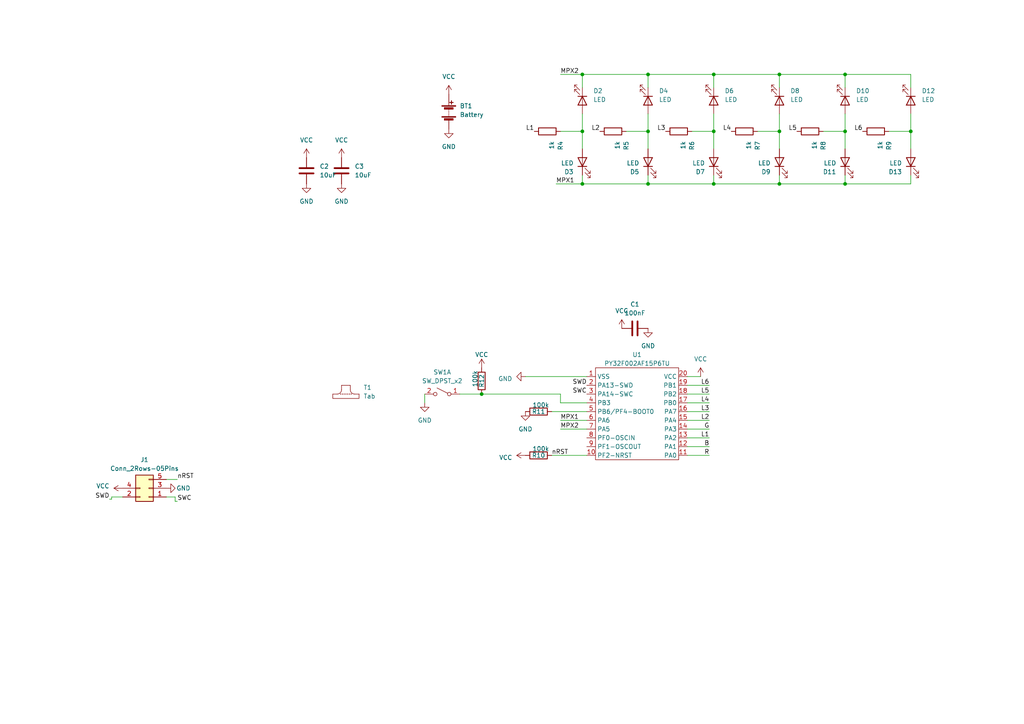
<source format=kicad_sch>
(kicad_sch (version 20230121) (generator eeschema)
  (paper "A4")
  (lib_symbols
    (symbol "Connector_Generic:Conn_2Rows-05Pins" (pin_names (offset 1.016) hide)
      (property "Reference" "J" (at 1.27 5.08 0))
      (property "Value" "Conn_2Rows-05Pins" (at 1.27 -5.08 0))
      (symbol "Conn_2Rows-05Pins_1_1"
        (rectangle (start -1.27 -2.413) (end 0 -2.667) (stroke (width 0.1524)))
        (rectangle (start -1.27 0.127) (end 0 -0.127) (stroke (width 0.1524)))
        (rectangle (start -1.27 2.667) (end 0 2.413) (stroke (width 0.1524)))
        (rectangle (start -1.27 3.81) (end 3.81 -3.81) (stroke (width 0.254)) (fill (type background)))
        (rectangle (start 3.81 0.127) (end 2.54 -0.127) (stroke (width 0.1524)))
        (rectangle (start 3.81 2.667) (end 2.54 2.413) (stroke (width 0.1524)))
        (pin passive line (at -5.08 2.54 0) (length 3.81) (name "Pin_1") (number "1"))
        (pin passive line (at 7.62 2.54 180) (length 3.81) (name "Pin_2") (number "2"))
        (pin passive line (at -5.08 0 0) (length 3.81) (name "Pin_3") (number "3"))
        (pin passive line (at 7.62 0 180) (length 3.81) (name "Pin_4") (number "4"))
        (pin passive line (at -5.08 -2.54 0) (length 3.81) (name "Pin_5") (number "5"))
      )
    )
    (symbol "Device:Battery" (pin_numbers hide) (pin_names (offset 0) hide)
      (property "Reference" "BT" (at 2.54 2.54 0))
      (property "Value" "Battery" (at 2.54 0 0))
      (symbol "Battery_0_1"
        (rectangle (start -2.032 -1.397) (end 2.032 -1.651) (fill (type outline)))
        (rectangle (start -2.032 1.778) (end 2.032 1.524) (fill (type outline)))
        (rectangle (start -1.3208 -1.9812) (end 1.27 -2.4892) (fill (type outline)))
        (rectangle (start -1.3208 1.1938) (end 1.27 0.6858) (fill (type outline)))
        (polyline (pts (xy 0 -1.524) (xy 0 -1.27)))
        (polyline (pts (xy 0 -1.016) (xy 0 -0.762)))
        (polyline (pts (xy 0 -0.508) (xy 0 -0.254)))
        (polyline (pts (xy 0 0) (xy 0 0.254)))
        (polyline (pts (xy 0 0.508) (xy 0 0.762)))
        (polyline (pts (xy 0 1.778) (xy 0 2.54)))
        (polyline (pts (xy 0.254 2.667) (xy 1.27 2.667)) (stroke (width 0.254)))
        (polyline (pts (xy 0.762 3.175) (xy 0.762 2.159)) (stroke (width 0.254)))
      )
      (symbol "Battery_1_1"
        (pin passive line (at 0 5.08 270) (length 2.54) (name "+") (number "1"))
        (pin passive line (at 0 -5.08 90) (length 2.54) (name "-") (number "2"))
      )
    )
    (symbol "Device:C" (pin_numbers hide) (pin_names (offset 0.254))
      (property "Reference" "C" (at 0.635 2.54 0))
      (property "Value" "C" (at 0.635 -2.54 0))
      (symbol "C_0_1"
        (polyline (pts (xy -2.032 -0.762) (xy 2.032 -0.762)) (stroke (width 0.508)))
        (polyline (pts (xy -2.032 0.762) (xy 2.032 0.762)) (stroke (width 0.508)))
      )
      (symbol "C_1_1"
        (pin passive line (at 0 3.81 270) (length 2.794) (name "~") (number "1"))
        (pin passive line (at 0 -3.81 90) (length 2.794) (name "~") (number "2"))
      )
    )
    (symbol "Device:LED" (pin_numbers hide) (pin_names (offset 1.016) hide)
      (property "Reference" "D" (at 0 2.54 0))
      (property "Value" "LED" (at 0 -2.54 0))
      (symbol "LED_0_1"
        (polyline (pts (xy -1.27 -1.27) (xy -1.27 1.27)) (stroke (width 0.254)))
        (polyline (pts (xy -1.27 0) (xy 1.27 0)))
        (polyline (pts (xy 1.27 -1.27) (xy 1.27 1.27) (xy -1.27 0) (xy 1.27 -1.27)) (stroke (width 0.254)))
        (polyline (pts (xy -3.048 -0.762) (xy -4.572 -2.286) (xy -3.81 -2.286) (xy -4.572 -2.286) (xy -4.572 -1.524)))
        (polyline (pts (xy -1.778 -0.762) (xy -3.302 -2.286) (xy -2.54 -2.286) (xy -3.302 -2.286) (xy -3.302 -1.524)))
      )
      (symbol "LED_1_1"
        (pin passive line (at -3.81 0 0) (length 2.54) (name "K") (number "1"))
        (pin passive line (at 3.81 0 180) (length 2.54) (name "A") (number "2"))
      )
    )
    (symbol "Device:R" (pin_numbers hide) (pin_names (offset 0))
      (property "Reference" "R" (at 2.032 0 90))
      (property "Value" "R" (at 0 0 90))
      (symbol "R_0_1"
        (rectangle (start -1.016 -2.54) (end 1.016 2.54) (stroke (width 0.254)))
      )
      (symbol "R_1_1"
        (pin passive line (at 0 3.81 270) (length 1.27) (name "~") (number "1"))
        (pin passive line (at 0 -3.81 90) (length 1.27) (name "~") (number "2"))
      )
    )
    (symbol "PY32F002AF15P6:PY32F002AF15P6TU"
      (property "Reference" "U" (at -8.89 16.51 0))
      (property "Value" "PY32F002AF15P6TU" (at 5.08 16.51 0))
      (symbol "PY32F002AF15P6TU_0_1"
        (rectangle (start -12.7 11.43) (end 11.43 -15.24))
      )
      (symbol "PY32F002AF15P6TU_1_1"
        (pin input line (at -15.24 8.89 0) (length 2.54) (name "VSS") (number "1"))
        (pin input line (at -15.24 -13.97 0) (length 2.54) (name "PF2-NRST") (number "10"))
        (pin input line (at 13.97 -13.97 180) (length 2.54) (name "PA0") (number "11"))
        (pin input line (at 13.97 -11.43 180) (length 2.54) (name "PA1") (number "12"))
        (pin input line (at 13.97 -8.89 180) (length 2.54) (name "PA2") (number "13"))
        (pin input line (at 13.97 -6.35 180) (length 2.54) (name "PA3") (number "14"))
        (pin input line (at 13.97 -3.81 180) (length 2.54) (name "PA4") (number "15"))
        (pin input line (at 13.97 -1.27 180) (length 2.54) (name "PA7") (number "16"))
        (pin input line (at 13.97 1.27 180) (length 2.54) (name "PB0") (number "17"))
        (pin input line (at 13.97 3.81 180) (length 2.54) (name "PB2") (number "18"))
        (pin input line (at 13.97 6.35 180) (length 2.54) (name "PB1") (number "19"))
        (pin input line (at -15.24 6.35 0) (length 2.54) (name "PA13-SWD") (number "2"))
        (pin input line (at 13.97 8.89 180) (length 2.54) (name "VCC") (number "20"))
        (pin input line (at -15.24 3.81 0) (length 2.54) (name "PA14-SWC") (number "3"))
        (pin input line (at -15.24 1.27 0) (length 2.54) (name "PB3") (number "4"))
        (pin input line (at -15.24 -1.27 0) (length 2.54) (name "PB6/PF4-BOOT0") (number "5"))
        (pin input line (at -15.24 -3.81 0) (length 2.54) (name "PA6") (number "6"))
        (pin input line (at -15.24 -6.35 0) (length 2.54) (name "PA5") (number "7"))
        (pin input line (at -15.24 -8.89 0) (length 2.54) (name "PF0-OSCIN") (number "8"))
        (pin input line (at -15.24 -11.43 0) (length 2.54) (name "PF1-OSCOUT") (number "9"))
      )
    )
    (symbol "Switch:SW_DPST_x2" (pin_names (offset 0) hide)
      (property "Reference" "SW" (at 0 3.175 0))
      (property "Value" "SW_DPST_x2" (at 0 -2.54 0))
      (symbol "SW_DPST_x2_0_0"
        (circle (center -2.032 0) (radius 0.508))
        (polyline (pts (xy -1.524 0.254) (xy 1.524 1.778)))
        (circle (center 2.032 0) (radius 0.508))
      )
      (symbol "SW_DPST_x2_1_1"
        (pin passive line (at -5.08 0 0) (length 2.54) (name "A") (number "1"))
        (pin passive line (at 5.08 0 180) (length 2.54) (name "B") (number "2"))
      )
      (symbol "SW_DPST_x2_2_1"
        (pin passive line (at -5.08 0 0) (length 2.54) (name "A") (number "3"))
        (pin passive line (at 5.08 0 180) (length 2.54) (name "B") (number "4"))
      )
    )
    (symbol "kikit:Tab" (in_bom no)
      (property "Reference" "T" (at 0 3.81 0))
      (property "Value" "Tab" (at 0 -2.54 0))
      (symbol "Tab_0_1"
        (arc (start -2.54 0) (mid -1.642 0.372) (end -1.27 1.27) (stroke (width 0.1524)))
        (circle (center -1.524 0) (radius 0.0762) (stroke (width 0.1524)))
        (circle (center -1.016 0) (radius 0.0762) (stroke (width 0.1524)))
        (circle (center -0.508 0) (radius 0.0762) (stroke (width 0.1524)))
        (polyline (pts (xy -3.81 0) (xy -2.54 0)) (stroke (width 0.1524)))
        (polyline (pts (xy -1.27 1.27) (xy -1.27 2.54)) (stroke (width 0.1524)))
        (polyline (pts (xy 1.27 1.27) (xy 1.27 2.54)) (stroke (width 0.1524)))
        (polyline (pts (xy 1.27 2.54) (xy -1.27 2.54)) (stroke (width 0.1524)))
        (polyline (pts (xy 2.54 0) (xy 3.81 0)) (stroke (width 0.1524)))
        (polyline (pts (xy -3.81 0) (xy -3.81 -1.27) (xy 3.81 -1.27) (xy 3.81 0)) (stroke (width 0.1524)))
        (circle (center 0 0) (radius 0.0762) (stroke (width 0.1524)))
        (circle (center 0.508 0) (radius 0.0762) (stroke (width 0.1524)))
        (circle (center 1.016 0) (radius 0.0762) (stroke (width 0.1524)))
        (arc (start 1.27 1.27) (mid 1.642 0.372) (end 2.54 0) (stroke (width 0.1524)))
        (circle (center 1.524 0) (radius 0.0762) (stroke (width 0.1524)))
      )
    )
    (symbol "power:GND" (power) (pin_names (offset 0))
      (property "Value" "GND" (at 0 -3.81 0))
      (symbol "GND_0_1"
        (polyline (pts (xy 0 0) (xy 0 -1.27) (xy 1.27 -1.27) (xy 0 -2.54) (xy -1.27 -1.27) (xy 0 -1.27)))
      )
      (symbol "GND_1_1"
        (pin power_in line (at 0 0 270) (length 0) hide (name "GND") (number "1"))
      )
    )
    (symbol "power:VCC" (power) (pin_names (offset 0))
      (property "Value" "VCC" (at 0 3.81 0))
      (symbol "VCC_0_1"
        (polyline (pts (xy -0.762 1.27) (xy 0 2.54)))
        (polyline (pts (xy 0 0) (xy 0 2.54)))
        (polyline (pts (xy 0 2.54) (xy 0.762 1.27)))
      )
      (symbol "VCC_1_1"
        (pin power_in line (at 0 0 90) (length 0) hide (name "VCC") (number "1"))
      )
    )
  )
  (junction (at 168.91 38.1))
  (junction (at 245.11 21.59))
  (junction (at 245.11 53.34))
  (junction (at 207.01 53.34))
  (junction (at 264.16 38.1))
  (junction (at 207.01 38.1))
  (junction (at 226.06 38.1))
  (junction (at 168.91 21.59))
  (junction (at 139.7 114.3))
  (junction (at 226.06 21.59))
  (junction (at 187.96 38.1))
  (junction (at 187.96 21.59))
  (junction (at 245.11 38.1))
  (junction (at 226.06 53.34))
  (junction (at 187.96 53.34))
  (junction (at 168.91 53.34))
  (junction (at 207.01 21.59))
  (wire (pts (xy 187.96 21.59) (xy 168.91 21.59)))
  (wire (pts (xy 162.56 121.92) (xy 170.18 121.92)))
  (wire (pts (xy 226.06 50.8) (xy 226.06 53.34)))
  (wire (pts (xy 245.11 33.02) (xy 245.11 38.1)))
  (wire (pts (xy 32.385 144.78) (xy 32.385 144.145)))
  (wire (pts (xy 207.01 33.02) (xy 207.01 38.1)))
  (wire (pts (xy 226.06 33.02) (xy 226.06 38.1)))
  (wire (pts (xy 264.16 25.4) (xy 264.16 21.59)))
  (wire (pts (xy 32.385 144.145) (xy 35.56 144.145)))
  (wire (pts (xy 207.01 25.4) (xy 207.01 21.59)))
  (wire (pts (xy 50.8 144.145) (xy 48.26 144.145)))
  (wire (pts (xy 162.56 124.46) (xy 170.18 124.46)))
  (wire (pts (xy 205.74 124.46) (xy 199.39 124.46)))
  (wire (pts (xy 50.8 145.415) (xy 50.8 144.145)))
  (wire (pts (xy 245.11 50.8) (xy 245.11 53.34)))
  (wire (pts (xy 31.75 144.78) (xy 32.385 144.78)))
  (wire (pts (xy 162.56 38.1) (xy 168.91 38.1)))
  (wire (pts (xy 205.74 119.38) (xy 199.39 119.38)))
  (wire (pts (xy 205.74 132.08) (xy 199.39 132.08)))
  (wire (pts (xy 162.56 21.59) (xy 168.91 21.59)))
  (wire (pts (xy 226.06 25.4) (xy 226.06 21.59)))
  (wire (pts (xy 245.11 25.4) (xy 245.11 21.59)))
  (wire (pts (xy 199.39 109.22) (xy 203.2 109.22)))
  (wire (pts (xy 245.11 38.1) (xy 245.11 43.18)))
  (wire (pts (xy 181.61 38.1) (xy 187.96 38.1)))
  (wire (pts (xy 160.02 132.08) (xy 170.18 132.08)))
  (wire (pts (xy 168.91 53.34) (xy 187.96 53.34)))
  (wire (pts (xy 226.06 38.1) (xy 226.06 43.18)))
  (wire (pts (xy 238.76 38.1) (xy 245.11 38.1)))
  (wire (pts (xy 207.01 38.1) (xy 207.01 43.18)))
  (wire (pts (xy 205.74 114.3) (xy 199.39 114.3)))
  (wire (pts (xy 51.435 145.415) (xy 50.8 145.415)))
  (wire (pts (xy 162.56 114.3) (xy 162.56 116.84)))
  (wire (pts (xy 264.16 50.8) (xy 264.16 53.34)))
  (wire (pts (xy 245.11 21.59) (xy 226.06 21.59)))
  (wire (pts (xy 207.01 53.34) (xy 226.06 53.34)))
  (wire (pts (xy 152.4 109.22) (xy 170.18 109.22)))
  (wire (pts (xy 187.96 53.34) (xy 207.01 53.34)))
  (wire (pts (xy 219.71 38.1) (xy 226.06 38.1)))
  (wire (pts (xy 207.01 21.59) (xy 187.96 21.59)))
  (wire (pts (xy 123.19 114.3) (xy 123.19 116.84)))
  (wire (pts (xy 257.81 38.1) (xy 264.16 38.1)))
  (wire (pts (xy 161.29 53.34) (xy 168.91 53.34)))
  (wire (pts (xy 205.74 129.54) (xy 199.39 129.54)))
  (wire (pts (xy 162.56 116.84) (xy 170.18 116.84)))
  (wire (pts (xy 160.02 119.38) (xy 170.18 119.38)))
  (wire (pts (xy 226.06 53.34) (xy 245.11 53.34)))
  (wire (pts (xy 187.96 38.1) (xy 187.96 43.18)))
  (wire (pts (xy 264.16 33.02) (xy 264.16 38.1)))
  (wire (pts (xy 245.11 53.34) (xy 264.16 53.34)))
  (wire (pts (xy 187.96 50.8) (xy 187.96 53.34)))
  (wire (pts (xy 205.74 127) (xy 199.39 127)))
  (wire (pts (xy 187.96 33.02) (xy 187.96 38.1)))
  (wire (pts (xy 168.91 38.1) (xy 168.91 43.18)))
  (wire (pts (xy 133.35 114.3) (xy 139.7 114.3)))
  (wire (pts (xy 226.06 21.59) (xy 207.01 21.59)))
  (wire (pts (xy 200.66 38.1) (xy 207.01 38.1)))
  (wire (pts (xy 205.74 116.84) (xy 199.39 116.84)))
  (wire (pts (xy 168.91 50.8) (xy 168.91 53.34)))
  (wire (pts (xy 168.91 25.4) (xy 168.91 21.59)))
  (wire (pts (xy 205.74 111.76) (xy 199.39 111.76)))
  (wire (pts (xy 48.26 139.065) (xy 51.435 139.065)))
  (wire (pts (xy 207.01 50.8) (xy 207.01 53.34)))
  (wire (pts (xy 264.16 21.59) (xy 245.11 21.59)))
  (wire (pts (xy 187.96 25.4) (xy 187.96 21.59)))
  (wire (pts (xy 264.16 38.1) (xy 264.16 43.18)))
  (wire (pts (xy 139.7 114.3) (xy 162.56 114.3)))
  (wire (pts (xy 168.91 33.02) (xy 168.91 38.1)))
  (wire (pts (xy 205.74 121.92) (xy 199.39 121.92)))
  (label "MPX1" (at 162.56 121.92 0))
  (label "SWC" (at 170.18 114.3 180))
  (label "L1" (at 205.74 127 180))
  (label "L5" (at 231.14 38.1 180))
  (label "L2" (at 205.74 121.92 180))
  (label "L4" (at 212.09 38.1 180))
  (label "L2" (at 173.99 38.1 180))
  (label "L6" (at 205.74 111.76 180))
  (label "L5" (at 205.74 114.3 180))
  (label "MPX2" (at 162.56 21.59 0))
  (label "nRST" (at 160.02 132.08 0))
  (label "SWD" (at 31.75 144.78 180))
  (label "L3" (at 205.74 119.38 180))
  (label "B" (at 205.74 129.54 180))
  (label "G" (at 205.74 124.46 180))
  (label "SWC" (at 51.435 145.415 0))
  (label "L1" (at 154.94 38.1 180))
  (label "L6" (at 250.19 38.1 180))
  (label "MPX2" (at 162.56 124.46 0))
  (label "L3" (at 193.04 38.1 180))
  (label "L4" (at 205.74 116.84 180))
  (label "nRST" (at 51.435 139.065 0))
  (label "MPX1" (at 161.29 53.34 0))
  (label "SWD" (at 170.18 111.76 180))
  (label "R" (at 205.74 132.08 180))
  (symbol (lib_id "Device:LED") (at 245.11 46.99 90) (unit 1)
    (property "Reference" "D11" (at 242.57 49.8476 90) (effects (justify left)))
    (property "Value" "LED" (at 242.57 47.3076 90) (effects (justify left)))
    (property "Footprint" "LED_SMD:LED_0805_2012Metric" (effects hide))
  )
  (symbol (lib_id "Device:R") (at 254 38.1 270) (unit 1)
    (property "Reference" "R9" (at 257.8101 40.894 0) (effects (justify left)))
    (property "Value" "1k" (at 255.2701 40.894 0) (effects (justify left)))
    (property "Footprint" "Resistor_SMD:R_0603_1608Metric" (effects hide))
  )
  (symbol (lib_id "Connector_Generic:Conn_2Rows-05Pins") (at 43.18 141.605 180) (unit 1)
    (property "Reference" "J1" (at 41.91 133.35 0))
    (property "Value" "Conn_2Rows-05Pins" (at 41.91 135.89 0))
    (property "Footprint" "karifa:ProgConnector_5pin" (effects hide))
  )
  (symbol (lib_id "kikit:Tab") (at 100.33 114.3 0) (unit 1) (in_bom no)
    (property "Reference" "T1" (at 105.41 112.3949 0) (effects (justify left)))
    (property "Value" "Tab" (at 105.41 114.9349 0) (effects (justify left)))
    (property "Footprint" "kikit:Tab" (effects hide))
  )
  (symbol (lib_id "Device:C") (at 99.06 49.53 0) (unit 1)
    (property "Reference" "C3" (at 102.87 48.2599 0) (effects (justify left)))
    (property "Value" "10uF" (at 102.87 50.7999 0) (effects (justify left)))
    (property "Footprint" "Capacitor_SMD:C_0805_2012Metric" (effects hide))
  )
  (symbol (lib_id "Device:LED") (at 207.01 29.21 270) (unit 1)
    (property "Reference" "D6" (at 210.185 26.3524 90) (effects (justify left)))
    (property "Value" "LED" (at 210.185 28.8924 90) (effects (justify left)))
    (property "Footprint" "LED_SMD:LED_0805_2012Metric" (effects hide))
  )
  (symbol (lib_id "Device:LED") (at 168.91 29.21 270) (unit 1)
    (property "Reference" "D2" (at 172.085 26.3524 90) (effects (justify left)))
    (property "Value" "LED" (at 172.085 28.8924 90) (effects (justify left)))
    (property "Footprint" "LED_SMD:LED_0805_2012Metric" (effects hide))
  )
  (symbol (lib_id "power:GND") (at 99.06 53.34 0) (unit 1)
    (property "Reference" "#PWR0120" (effects hide))
    (property "Value" "GND" (at 99.06 58.42 0))
  )
  (symbol (lib_id "Device:LED") (at 187.96 29.21 270) (unit 1)
    (property "Reference" "D4" (at 191.135 26.3524 90) (effects (justify left)))
    (property "Value" "LED" (at 191.135 28.8924 90) (effects (justify left)))
    (property "Footprint" "LED_SMD:LED_0805_2012Metric" (effects hide))
  )
  (symbol (lib_id "Device:R") (at 215.9 38.1 270) (unit 1)
    (property "Reference" "R7" (at 219.7101 40.894 0) (effects (justify left)))
    (property "Value" "1k" (at 217.1701 40.894 0) (effects (justify left)))
    (property "Footprint" "Resistor_SMD:R_0603_1608Metric" (effects hide))
  )
  (symbol (lib_id "Device:Battery") (at 130.175 32.385 0) (unit 1)
    (property "Reference" "BT1" (at 133.35 30.7339 0) (effects (justify left)))
    (property "Value" "Battery" (at 133.35 33.2739 0) (effects (justify left)))
    (property "Footprint" "karifa:CR2032_Holder" (effects hide))
  )
  (symbol (lib_id "Device:LED") (at 264.16 46.99 90) (unit 1)
    (property "Reference" "D13" (at 261.62 49.8476 90) (effects (justify left)))
    (property "Value" "LED" (at 261.62 47.3076 90) (effects (justify left)))
    (property "Footprint" "LED_SMD:LED_0805_2012Metric" (effects hide))
  )
  (symbol (lib_id "Device:LED") (at 245.11 29.21 270) (unit 1)
    (property "Reference" "D10" (at 248.285 26.3524 90) (effects (justify left)))
    (property "Value" "LED" (at 248.285 28.8924 90) (effects (justify left)))
    (property "Footprint" "LED_SMD:LED_0805_2012Metric" (effects hide))
  )
  (symbol (lib_id "Device:LED") (at 264.16 29.21 270) (unit 1)
    (property "Reference" "D12" (at 267.335 26.3524 90) (effects (justify left)))
    (property "Value" "LED" (at 267.335 28.8924 90) (effects (justify left)))
    (property "Footprint" "LED_SMD:LED_0805_2012Metric" (effects hide))
  )
  (symbol (lib_id "power:VCC") (at 35.56 141.605 90) (unit 1)
    (property "Reference" "#PWR01" (effects hide))
    (property "Value" "VCC" (at 31.75 140.97 90) (effects (justify left)))
  )
  (symbol (lib_id "power:VCC") (at 88.9 45.72 0) (unit 1)
    (property "Reference" "#PWR0117" (effects hide))
    (property "Value" "VCC" (at 88.9 40.64 0))
  )
  (symbol (lib_id "PY32F002AF15P6:PY32F002AF15P6TU") (at 185.42 118.11 0) (unit 1)
    (property "Reference" "U1" (at 184.785 102.87 0))
    (property "Value" "PY32F002AF15P6TU" (at 184.785 105.41 0))
    (property "Footprint" "karifa:TSSOP-20_4.4x6.5mm_P0.65mm" (effects hide))
  )
  (symbol (lib_id "Device:R") (at 196.85 38.1 270) (unit 1)
    (property "Reference" "R6" (at 200.6601 40.894 0) (effects (justify left)))
    (property "Value" "1k" (at 198.1201 40.894 0) (effects (justify left)))
    (property "Footprint" "Resistor_SMD:R_0603_1608Metric" (effects hide))
  )
  (symbol (lib_id "power:VCC") (at 130.175 27.305 0) (unit 1)
    (property "Reference" "#PWR0105" (effects hide))
    (property "Value" "VCC" (at 130.175 22.225 0))
  )
  (symbol (lib_id "Device:R") (at 158.75 38.1 270) (unit 1)
    (property "Reference" "R4" (at 162.5601 40.894 0) (effects (justify left)))
    (property "Value" "1k" (at 160.0201 40.894 0) (effects (justify left)))
    (property "Footprint" "Resistor_SMD:R_0603_1608Metric" (effects hide))
  )
  (symbol (lib_id "Device:LED") (at 187.96 46.99 90) (unit 1)
    (property "Reference" "D5" (at 185.42 49.8476 90) (effects (justify left)))
    (property "Value" "LED" (at 185.42 47.3076 90) (effects (justify left)))
    (property "Footprint" "LED_SMD:LED_0805_2012Metric" (effects hide))
  )
  (symbol (lib_id "Device:R") (at 139.7 110.49 180) (unit 1)
    (property "Reference" "R12" (at 139.7 110.49 90))
    (property "Value" "100k" (at 137.795 109.855 90))
    (property "Footprint" "Resistor_SMD:R_0603_1608Metric" (effects hide))
  )
  (symbol (lib_id "Device:R") (at 156.21 119.38 90) (unit 1)
    (property "Reference" "R11" (at 156.21 119.38 90))
    (property "Value" "100k" (at 156.845 117.475 90))
    (property "Footprint" "Resistor_SMD:R_0603_1608Metric" (effects hide))
  )
  (symbol (lib_id "Device:R") (at 177.8 38.1 270) (unit 1)
    (property "Reference" "R5" (at 181.6101 40.894 0) (effects (justify left)))
    (property "Value" "1k" (at 179.0701 40.894 0) (effects (justify left)))
    (property "Footprint" "Resistor_SMD:R_0603_1608Metric" (effects hide))
  )
  (symbol (lib_id "Device:LED") (at 226.06 46.99 90) (unit 1)
    (property "Reference" "D9" (at 223.52 49.8476 90) (effects (justify left)))
    (property "Value" "LED" (at 223.52 47.3076 90) (effects (justify left)))
    (property "Footprint" "LED_SMD:LED_0805_2012Metric" (effects hide))
  )
  (symbol (lib_id "Device:C") (at 88.9 49.53 0) (unit 1)
    (property "Reference" "C2" (at 92.71 48.2599 0) (effects (justify left)))
    (property "Value" "10uF" (at 92.71 50.7999 0) (effects (justify left)))
    (property "Footprint" "Capacitor_SMD:C_0805_2012Metric" (effects hide))
  )
  (symbol (lib_id "power:GND") (at 88.9 53.34 0) (unit 1)
    (property "Reference" "#PWR0119" (effects hide))
    (property "Value" "GND" (at 88.9 58.42 0))
  )
  (symbol (lib_id "power:GND") (at 130.175 37.465 0) (unit 1)
    (property "Reference" "#PWR0104" (effects hide))
    (property "Value" "GND" (at 130.175 42.545 0))
  )
  (symbol (lib_id "Device:R") (at 234.95 38.1 270) (unit 1)
    (property "Reference" "R8" (at 238.7601 40.894 0) (effects (justify left)))
    (property "Value" "1k" (at 236.2201 40.894 0) (effects (justify left)))
    (property "Footprint" "Resistor_SMD:R_0603_1608Metric" (effects hide))
  )
  (symbol (lib_id "Device:C") (at 184.15 95.25 270) (unit 1)
    (property "Reference" "C1" (at 184.15 88.265 90))
    (property "Value" "100nF" (at 184.15 90.805 90))
    (property "Footprint" "Capacitor_SMD:C_0805_2012Metric" (effects hide))
  )
  (symbol (lib_id "Device:R") (at 156.21 132.08 90) (unit 1)
    (property "Reference" "R10" (at 156.21 132.08 90))
    (property "Value" "100k" (at 156.845 130.175 90))
    (property "Footprint" "Resistor_SMD:R_0603_1608Metric" (effects hide))
  )
  (symbol (lib_id "power:VCC") (at 203.2 109.22 0) (unit 1)
    (property "Reference" "#PWR0111" (effects hide))
    (property "Value" "VCC" (at 203.2 104.14 0))
  )
  (symbol (lib_id "power:GND") (at 152.4 119.38 0) (unit 1)
    (property "Reference" "#PWR04" (effects hide))
    (property "Value" "GND" (at 152.4 124.46 0))
  )
  (symbol (lib_id "power:VCC") (at 152.4 132.08 90) (unit 1)
    (property "Reference" "#PWR03" (effects hide))
    (property "Value" "VCC" (at 148.59 132.715 90) (effects (justify left)))
  )
  (symbol (lib_id "Device:LED") (at 207.01 46.99 90) (unit 1)
    (property "Reference" "D7" (at 204.47 49.8476 90) (effects (justify left)))
    (property "Value" "LED" (at 204.47 47.3076 90) (effects (justify left)))
    (property "Footprint" "LED_SMD:LED_0805_2012Metric" (effects hide))
  )
  (symbol (lib_id "power:GND") (at 152.4 109.22 270) (unit 1)
    (property "Reference" "#PWR05" (effects hide))
    (property "Value" "GND" (at 148.59 109.855 90) (effects (justify right)))
  )
  (symbol (lib_id "power:GND") (at 187.96 95.25 0) (unit 1)
    (property "Reference" "#PWR0106" (effects hide))
    (property "Value" "GND" (at 187.96 100.33 0))
  )
  (symbol (lib_id "Device:LED") (at 168.91 46.99 90) (unit 1)
    (property "Reference" "D3" (at 166.37 49.8476 90) (effects (justify left)))
    (property "Value" "LED" (at 166.37 47.3076 90) (effects (justify left)))
    (property "Footprint" "LED_SMD:LED_0805_2012Metric" (effects hide))
  )
  (symbol (lib_id "power:VCC") (at 180.34 95.25 0) (unit 1)
    (property "Reference" "#PWR0103" (effects hide))
    (property "Value" "VCC" (at 180.34 90.17 0))
  )
  (symbol (lib_id "power:GND") (at 48.26 141.605 90) (unit 1)
    (property "Reference" "#PWR02" (effects hide))
    (property "Value" "GND" (at 55.245 141.605 90) (effects (justify left)))
  )
  (symbol (lib_id "Switch:SW_DPST_x2") (at 128.27 114.3 0) (mirror y) (unit 1)
    (property "Reference" "SW1" (at 128.27 107.95 0))
    (property "Value" "SW_DPST_x2" (at 128.27 110.49 0))
    (property "Footprint" "Button_Switch_SMD:SW_SPST_TL3342" (effects hide))
  )
  (symbol (lib_id "Device:LED") (at 226.06 29.21 270) (unit 1)
    (property "Reference" "D8" (at 229.235 26.3524 90) (effects (justify left)))
    (property "Value" "LED" (at 229.235 28.8924 90) (effects (justify left)))
    (property "Footprint" "LED_SMD:LED_0805_2012Metric" (effects hide))
  )
  (symbol (lib_id "power:GND") (at 123.19 116.84 0) (unit 1)
    (property "Reference" "#PWR07" (effects hide))
    (property "Value" "GND" (at 123.19 121.92 0))
  )
  (symbol (lib_id "power:VCC") (at 139.7 106.68 0) (unit 1)
    (property "Reference" "#PWR06" (effects hide))
    (property "Value" "VCC" (at 139.7 102.87 0))
  )
  (symbol (lib_id "power:VCC") (at 99.06 45.72 0) (unit 1)
    (property "Reference" "#PWR0118" (effects hide))
    (property "Value" "VCC" (at 99.06 40.64 0))
  )
)
</source>
